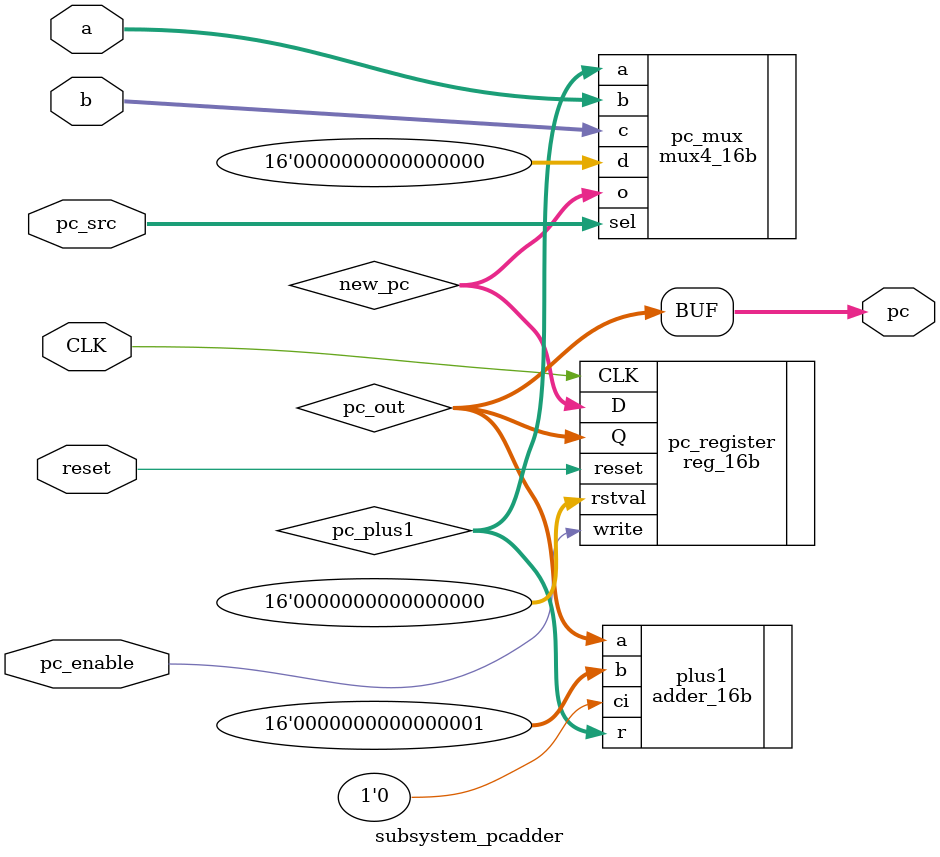
<source format=v>
`timescale 1ns / 1ps
module subsystem_pcadder(
   input [15:0] a,
	input [15:0] b,
   input [1:0] pc_src,
   input pc_enable,
   input reset,
   input CLK,
   output [15:0] pc
   );
	
	wire [15:0] new_pc;
	wire [15:0] pc_out;
	wire [15:0] pc_plus1;
	
	adder_16b plus1(
		.a(pc_out),
		.b(16'b1),
		.ci(1'b0),
		.r(pc_plus1)
	);
	
	mux4_16b pc_mux(
		.a(pc_plus1),
		.b(a),
		.c(b),
		.d(16'b0),	//GND
		.sel(pc_src),
		.o(new_pc)
	);
	
	reg_16b pc_register(
		.D(new_pc),
		.rstval(16'b0),
		.write(pc_enable),
		.reset(reset),
		.CLK(CLK),
		.Q(pc_out)
	);
	
	assign pc = pc_out;

endmodule

</source>
